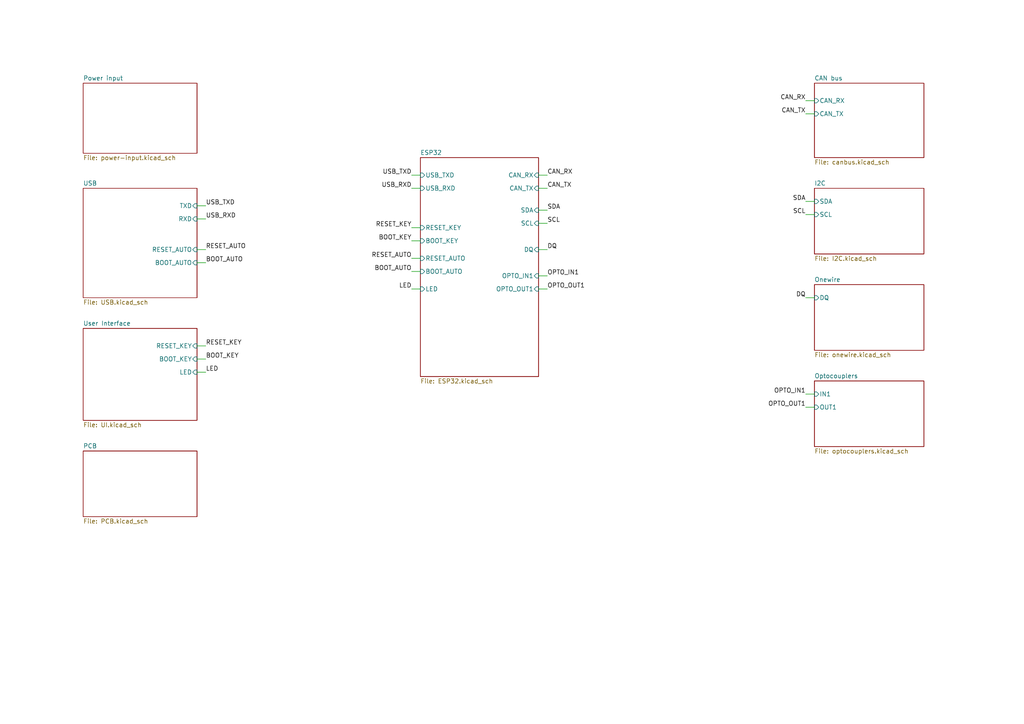
<source format=kicad_sch>
(kicad_sch (version 20211123) (generator eeschema)
  (paper "A4")
  (title_block (title "Sailor Hat with ESP32") (date "2021-12-31") (rev "2.0.1") (company "Hat Labs Ltd") (comment 1 "https://creativecommons.org/licenses/by-sa/4.0") (comment 2 "To view a copy of this license, visit ") (comment 3 "SH-ESP32 is licensed under CC BY-SA 4.0."))
  (lib_symbols)
  (wire (pts (xy 59.69 107.95) (xy 57.15 107.95)))
  (wire (pts (xy 119.38 69.85) (xy 121.92 69.85)))
  (wire (pts (xy 236.22 86.36) (xy 233.68 86.36)))
  (wire (pts (xy 156.21 60.96) (xy 158.75 60.96)))
  (wire (pts (xy 59.69 100.33) (xy 57.15 100.33)))
  (wire (pts (xy 233.68 114.3) (xy 236.22 114.3)))
  (wire (pts (xy 121.92 54.61) (xy 119.38 54.61)))
  (wire (pts (xy 236.22 58.42) (xy 233.68 58.42)))
  (wire (pts (xy 158.75 80.01) (xy 156.21 80.01)))
  (wire (pts (xy 119.38 78.74) (xy 121.92 78.74)))
  (wire (pts (xy 59.69 59.69) (xy 57.15 59.69)))
  (wire (pts (xy 119.38 83.82) (xy 121.92 83.82)))
  (wire (pts (xy 119.38 50.8) (xy 121.92 50.8)))
  (wire (pts (xy 156.21 64.77) (xy 158.75 64.77)))
  (wire (pts (xy 59.69 72.39) (xy 57.15 72.39)))
  (wire (pts (xy 236.22 62.23) (xy 233.68 62.23)))
  (wire (pts (xy 233.68 118.11) (xy 236.22 118.11)))
  (wire (pts (xy 236.22 33.02) (xy 233.68 33.02)))
  (wire (pts (xy 156.21 50.8) (xy 158.75 50.8)))
  (wire (pts (xy 59.69 104.14) (xy 57.15 104.14)))
  (wire (pts (xy 57.15 63.5) (xy 59.69 63.5)))
  (wire (pts (xy 119.38 74.93) (xy 121.92 74.93)))
  (wire (pts (xy 236.22 29.21) (xy 233.68 29.21)))
  (wire (pts (xy 59.69 76.2) (xy 57.15 76.2)))
  (wire (pts (xy 156.21 54.61) (xy 158.75 54.61)))
  (wire (pts (xy 119.38 66.04) (xy 121.92 66.04)))
  (wire (pts (xy 158.75 83.82) (xy 156.21 83.82)))
  (wire (pts (xy 156.21 72.39) (xy 158.75 72.39)))
  (label "CAN_RX" (at 233.68 29.21 180))
  (label "RESET_KEY" (at 59.69 100.33 0))
  (label "USB_RXD" (at 119.38 54.61 180))
  (label "RESET_AUTO" (at 59.69 72.39 0))
  (label "RESET_AUTO" (at 119.38 74.93 180))
  (label "SCL" (at 233.68 62.23 180))
  (label "LED" (at 59.69 107.95 0))
  (label "CAN_TX" (at 158.75 54.61 0))
  (label "BOOT_KEY" (at 59.69 104.14 0))
  (label "SCL" (at 158.75 64.77 0))
  (label "RESET_KEY" (at 119.38 66.04 180))
  (label "CAN_RX" (at 158.75 50.8 0))
  (label "OPTO_IN1" (at 233.68 114.3 180))
  (label "OPTO_OUT1" (at 158.75 83.82 0))
  (label "SDA" (at 233.68 58.42 180))
  (label "BOOT_KEY" (at 119.38 69.85 180))
  (label "DQ" (at 233.68 86.36 180))
  (label "DQ" (at 158.75 72.39 0))
  (label "CAN_TX" (at 233.68 33.02 180))
  (label "SDA" (at 158.75 60.96 0))
  (label "USB_TXD" (at 119.38 50.8 180))
  (label "USB_RXD" (at 59.69 63.5 0))
  (label "BOOT_AUTO" (at 59.69 76.2 0))
  (label "OPTO_IN1" (at 158.75 80.01 0))
  (label "LED" (at 119.38 83.82 180))
  (label "BOOT_AUTO" (at 119.38 78.74 180))
  (label "USB_TXD" (at 59.69 59.69 0))
  (label "OPTO_OUT1" (at 233.68 118.11 180))
  (sheet (at 24.13 24.13) (size 33.02 20.32)
    (property "Sheet name" "Power input" (at 24.13 23.4184 0) (effects (justify left bottom)))
    (property "Sheet file" "power-input.kicad_sch" (at 24.13 45.0346 0) (effects (justify left top)))
  )
  (sheet (at 236.22 24.13) (size 31.75 21.59)
    (property "Sheet name" "CAN bus" (at 236.22 23.4184 0) (effects (justify left bottom)))
    (property "Sheet file" "canbus.kicad_sch" (at 236.22 46.3046 0) (effects (justify left top)))
    (pin "CAN_RX" input (at 236.22 29.21 180))
    (pin "CAN_TX" input (at 236.22 33.02 180))
  )
  (sheet (at 24.13 54.61) (size 33.02 31.75)
    (property "Sheet name" "USB" (at 24.13 53.8984 0) (effects (justify left bottom)))
    (property "Sheet file" "USB.kicad_sch" (at 24.13 86.9446 0) (effects (justify left top)))
    (pin "TXD" input (at 57.15 59.69 0))
    (pin "RXD" input (at 57.15 63.5 0))
    (pin "BOOT_AUTO" input (at 57.15 76.2 0))
    (pin "RESET_AUTO" input (at 57.15 72.39 0))
  )
  (sheet (at 236.22 54.61) (size 31.75 19.05)
    (property "Sheet name" "I2C" (at 236.22 53.8984 0) (effects (justify left bottom)))
    (property "Sheet file" "I2C.kicad_sch" (at 236.22 74.2446 0) (effects (justify left top)))
    (pin "SDA" input (at 236.22 58.42 180))
    (pin "SCL" input (at 236.22 62.23 180))
  )
  (sheet (at 236.22 82.55) (size 31.75 19.05)
    (property "Sheet name" "Onewire" (at 236.22 81.8384 0) (effects (justify left bottom)))
    (property "Sheet file" "onewire.kicad_sch" (at 236.22 102.1846 0) (effects (justify left top)))
    (pin "DQ" input (at 236.22 86.36 180))
  )
  (sheet (at 236.22 110.49) (size 31.75 19.05)
    (property "Sheet name" "Optocouplers" (at 236.22 109.7784 0) (effects (justify left bottom)))
    (property "Sheet file" "optocouplers.kicad_sch" (at 236.22 130.1246 0) (effects (justify left top)))
    (pin "IN1" input (at 236.22 114.3 180))
    (pin "OUT1" input (at 236.22 118.11 180))
  )
  (sheet (at 24.13 130.81) (size 33.02 19.05)
    (property "Sheet name" "PCB" (at 24.13 130.0984 0) (effects (justify left bottom)))
    (property "Sheet file" "PCB.kicad_sch" (at 24.13 150.4446 0) (effects (justify left top)))
  )
  (sheet (at 121.92 45.72) (size 34.29 63.5)
    (property "Sheet name" "ESP32" (at 121.92 45.0084 0) (effects (justify left bottom)))
    (property "Sheet file" "ESP32.kicad_sch" (at 121.92 109.8046 0) (effects (justify left top)))
    (pin "USB_TXD" input (at 121.92 50.8 180))
    (pin "USB_RXD" input (at 121.92 54.61 180))
    (pin "CAN_RX" input (at 156.21 50.8 0))
    (pin "CAN_TX" input (at 156.21 54.61 0))
    (pin "SDA" input (at 156.21 60.96 0))
    (pin "SCL" input (at 156.21 64.77 0))
    (pin "DQ" input (at 156.21 72.39 0))
    (pin "OPTO_IN1" input (at 156.21 80.01 0))
    (pin "OPTO_OUT1" input (at 156.21 83.82 0))
    (pin "LED" input (at 121.92 83.82 180))
    (pin "RESET_KEY" input (at 121.92 66.04 180))
    (pin "BOOT_KEY" input (at 121.92 69.85 180))
    (pin "RESET_AUTO" input (at 121.92 74.93 180))
    (pin "BOOT_AUTO" input (at 121.92 78.74 180))
  )
  (sheet (at 24.13 95.25) (size 33.02 26.67)
    (property "Sheet name" "User Interface" (at 24.13 94.5384 0) (effects (justify left bottom)))
    (property "Sheet file" "UI.kicad_sch" (at 24.13 122.5046 0) (effects (justify left top)))
    (pin "RESET_KEY" input (at 57.15 100.33 0))
    (pin "BOOT_KEY" input (at 57.15 104.14 0))
    (pin "LED" input (at 57.15 107.95 0))
  )
)
</source>
